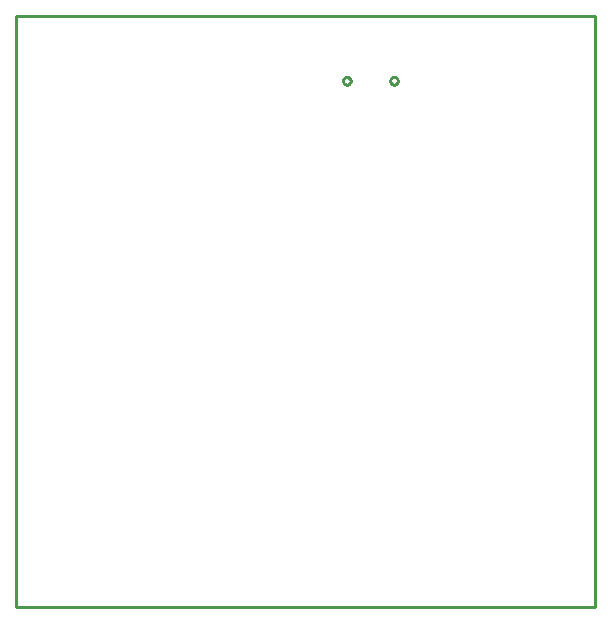
<source format=gbr>
G04 EAGLE Gerber RS-274X export*
G75*
%MOMM*%
%FSLAX34Y34*%
%LPD*%
%IN*%
%IPPOS*%
%AMOC8*
5,1,8,0,0,1.08239X$1,22.5*%
G01*
%ADD10C,0.254000*%


D10*
X0Y0D02*
X490000Y0D01*
X490000Y500000D01*
X0Y500000D01*
X0Y0D01*
X316750Y445463D02*
X316806Y445885D01*
X316916Y446297D01*
X317079Y446691D01*
X317292Y447059D01*
X317551Y447397D01*
X317853Y447699D01*
X318191Y447958D01*
X318559Y448171D01*
X318953Y448334D01*
X319365Y448444D01*
X319787Y448500D01*
X320213Y448500D01*
X320635Y448444D01*
X321047Y448334D01*
X321441Y448171D01*
X321809Y447958D01*
X322147Y447699D01*
X322449Y447397D01*
X322708Y447059D01*
X322921Y446691D01*
X323084Y446297D01*
X323194Y445885D01*
X323250Y445463D01*
X323250Y445037D01*
X323194Y444615D01*
X323084Y444203D01*
X322921Y443809D01*
X322708Y443441D01*
X322449Y443103D01*
X322147Y442801D01*
X321809Y442542D01*
X321441Y442329D01*
X321047Y442166D01*
X320635Y442056D01*
X320213Y442000D01*
X319787Y442000D01*
X319365Y442056D01*
X318953Y442166D01*
X318559Y442329D01*
X318191Y442542D01*
X317853Y442801D01*
X317551Y443103D01*
X317292Y443441D01*
X317079Y443809D01*
X316916Y444203D01*
X316806Y444615D01*
X316750Y445037D01*
X316750Y445463D01*
X276750Y445463D02*
X276806Y445885D01*
X276916Y446297D01*
X277079Y446691D01*
X277292Y447059D01*
X277551Y447397D01*
X277853Y447699D01*
X278191Y447958D01*
X278559Y448171D01*
X278953Y448334D01*
X279365Y448444D01*
X279787Y448500D01*
X280213Y448500D01*
X280635Y448444D01*
X281047Y448334D01*
X281441Y448171D01*
X281809Y447958D01*
X282147Y447699D01*
X282449Y447397D01*
X282708Y447059D01*
X282921Y446691D01*
X283084Y446297D01*
X283194Y445885D01*
X283250Y445463D01*
X283250Y445037D01*
X283194Y444615D01*
X283084Y444203D01*
X282921Y443809D01*
X282708Y443441D01*
X282449Y443103D01*
X282147Y442801D01*
X281809Y442542D01*
X281441Y442329D01*
X281047Y442166D01*
X280635Y442056D01*
X280213Y442000D01*
X279787Y442000D01*
X279365Y442056D01*
X278953Y442166D01*
X278559Y442329D01*
X278191Y442542D01*
X277853Y442801D01*
X277551Y443103D01*
X277292Y443441D01*
X277079Y443809D01*
X276916Y444203D01*
X276806Y444615D01*
X276750Y445037D01*
X276750Y445463D01*
M02*

</source>
